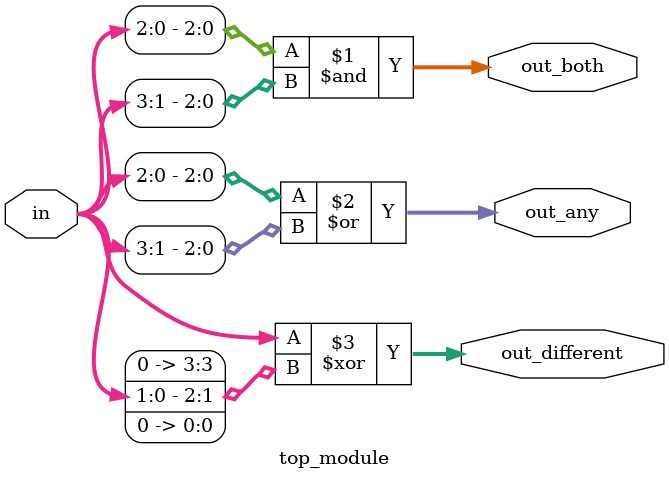
<source format=sv>
module top_module (
    input [3:0] in,
    output [2:0] out_both,
    output [3:1] out_any,
    output [3:0] out_different
);

    assign out_both = in[2:0] & in[3:1];
    assign out_any = in[2:0] | in[3:1];
    assign out_different = {in[3:0]} ^ {in[1:0], 1'b0};

endmodule

</source>
